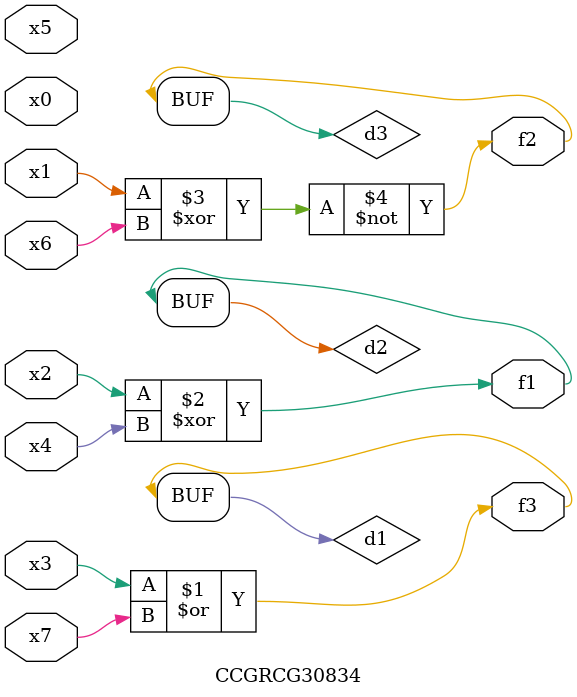
<source format=v>
module CCGRCG30834(
	input x0, x1, x2, x3, x4, x5, x6, x7,
	output f1, f2, f3
);

	wire d1, d2, d3;

	or (d1, x3, x7);
	xor (d2, x2, x4);
	xnor (d3, x1, x6);
	assign f1 = d2;
	assign f2 = d3;
	assign f3 = d1;
endmodule

</source>
